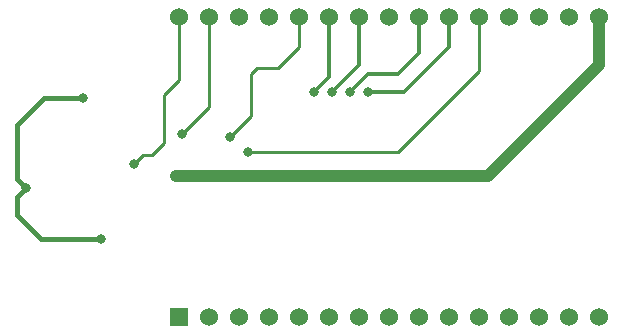
<source format=gtl>
G04 #@! TF.GenerationSoftware,KiCad,Pcbnew,(5.1.6)-1*
G04 #@! TF.CreationDate,2020-10-09T19:42:38+02:00*
G04 #@! TF.ProjectId,Brewnode_MCU_Adapter,42726577-6e6f-4646-955f-4d43555f4164,rev?*
G04 #@! TF.SameCoordinates,Original*
G04 #@! TF.FileFunction,Copper,L1,Top*
G04 #@! TF.FilePolarity,Positive*
%FSLAX46Y46*%
G04 Gerber Fmt 4.6, Leading zero omitted, Abs format (unit mm)*
G04 Created by KiCad (PCBNEW (5.1.6)-1) date 2020-10-09 19:42:38*
%MOMM*%
%LPD*%
G01*
G04 APERTURE LIST*
G04 #@! TA.AperFunction,ComponentPad*
%ADD10C,1.524000*%
G04 #@! TD*
G04 #@! TA.AperFunction,ComponentPad*
%ADD11R,1.524000X1.524000*%
G04 #@! TD*
G04 #@! TA.AperFunction,ViaPad*
%ADD12C,0.800000*%
G04 #@! TD*
G04 #@! TA.AperFunction,Conductor*
%ADD13C,0.304800*%
G04 #@! TD*
G04 #@! TA.AperFunction,Conductor*
%ADD14C,0.254000*%
G04 #@! TD*
G04 #@! TA.AperFunction,Conductor*
%ADD15C,1.016000*%
G04 #@! TD*
G04 #@! TA.AperFunction,Conductor*
%ADD16C,0.406400*%
G04 #@! TD*
G04 APERTURE END LIST*
D10*
X131318000Y-85090000D03*
X133858000Y-85090000D03*
X136398000Y-85090000D03*
X138938000Y-85090000D03*
X141478000Y-85090000D03*
X144018000Y-85090000D03*
X146558000Y-85090000D03*
X149098000Y-85090000D03*
X151638000Y-85090000D03*
X154178000Y-85090000D03*
X156718000Y-85090000D03*
X159258000Y-85090000D03*
X161798000Y-85090000D03*
X164338000Y-85090000D03*
X166878000Y-85090000D03*
X166878000Y-110490000D03*
X164338000Y-110490000D03*
X161798000Y-110490000D03*
X159258000Y-110490000D03*
X156718000Y-110490000D03*
X154178000Y-110490000D03*
X151638000Y-110490000D03*
X149098000Y-110490000D03*
X146558000Y-110490000D03*
X144018000Y-110490000D03*
X141478000Y-110490000D03*
X138938000Y-110490000D03*
X136398000Y-110490000D03*
X133858000Y-110490000D03*
D11*
X131318000Y-110490000D03*
D12*
X147320000Y-91440000D03*
X145796000Y-91440000D03*
X144272000Y-91440000D03*
X142748000Y-91440000D03*
X131572000Y-94996000D03*
X135636000Y-95250000D03*
X137160000Y-96520000D03*
X127508000Y-97536000D03*
X131064000Y-98552000D03*
X118364000Y-99540000D03*
X124714000Y-103886000D03*
X123190000Y-91948000D03*
D13*
X147320000Y-91440000D02*
X150368000Y-91440000D01*
X154178000Y-87630000D02*
X154178000Y-85090000D01*
X150368000Y-91440000D02*
X154178000Y-87630000D01*
X145796000Y-91440000D02*
X147320000Y-89916000D01*
X147320000Y-89916000D02*
X149860000Y-89916000D01*
X151638000Y-88138000D02*
X151638000Y-85090000D01*
X149860000Y-89916000D02*
X151638000Y-88138000D01*
X146558000Y-89154000D02*
X146558000Y-85090000D01*
X144272000Y-91440000D02*
X146558000Y-89154000D01*
X144018000Y-90170000D02*
X144018000Y-85090000D01*
X142748000Y-91440000D02*
X144018000Y-90170000D01*
D14*
X133858000Y-92710000D02*
X133858000Y-86868000D01*
X131572000Y-94996000D02*
X133858000Y-92710000D01*
X133858000Y-87122000D02*
X133858000Y-86868000D01*
X133858000Y-86868000D02*
X133858000Y-85090000D01*
X137922000Y-89408000D02*
X139700000Y-89408000D01*
X141478000Y-87630000D02*
X141478000Y-85090000D01*
X139700000Y-89408000D02*
X141478000Y-87630000D01*
X135636000Y-95250000D02*
X137414000Y-93472000D01*
X137414000Y-89916000D02*
X137922000Y-89408000D01*
X137414000Y-93472000D02*
X137414000Y-89916000D01*
X156718000Y-86614000D02*
X156718000Y-85090000D01*
X137160000Y-96520000D02*
X149860000Y-96520000D01*
X156718000Y-89662000D02*
X156718000Y-86614000D01*
X149860000Y-96520000D02*
X156718000Y-89662000D01*
X131318000Y-90424000D02*
X131318000Y-85090000D01*
X130048000Y-91694000D02*
X131318000Y-90424000D01*
X130048000Y-95758000D02*
X130048000Y-91694000D01*
X127508000Y-97536000D02*
X128270000Y-96774000D01*
X129032000Y-96774000D02*
X130048000Y-95758000D01*
X128270000Y-96774000D02*
X129032000Y-96774000D01*
D15*
X166878000Y-89154000D02*
X166878000Y-85090000D01*
X131064000Y-98552000D02*
X157480000Y-98552000D01*
X157480000Y-98552000D02*
X166878000Y-89154000D01*
D16*
X118364000Y-99540000D02*
X117602000Y-100302000D01*
X117602000Y-100302000D02*
X117602000Y-101854000D01*
X117602000Y-101854000D02*
X119634000Y-103886000D01*
X119634000Y-103886000D02*
X124714000Y-103886000D01*
X118364000Y-99540000D02*
X117602000Y-98778000D01*
X117602000Y-98778000D02*
X117602000Y-94234000D01*
X117602000Y-94234000D02*
X119888000Y-91948000D01*
X119888000Y-91948000D02*
X123190000Y-91948000D01*
M02*

</source>
